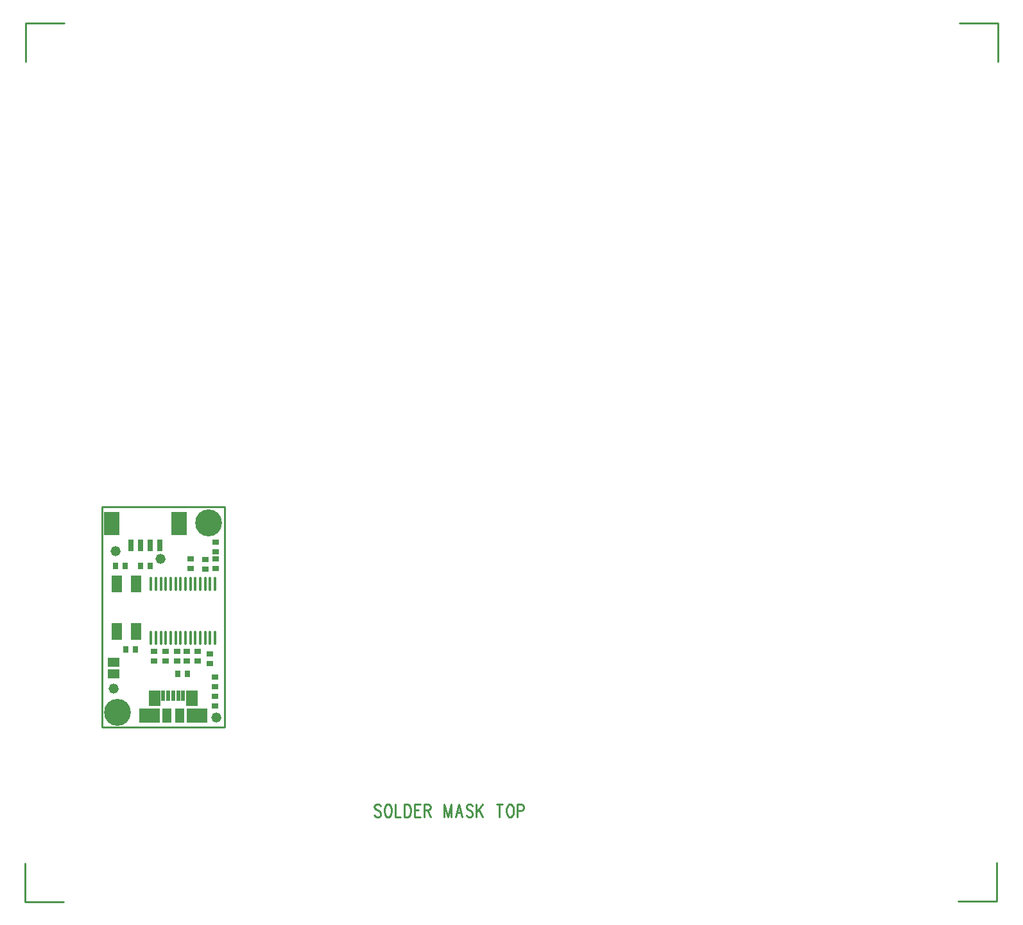
<source format=gbr>
*
*
G04 PADS 9.5 Build Number: 522968 generated Gerber (RS-274-X) file*
G04 PC Version=2.1*
*
%IN "UDA_7.pcb"*%
*
%MOIN*%
*
%FSLAX35Y35*%
*
*
*
*
G04 PC Standard Apertures*
*
*
G04 Thermal Relief Aperture macro.*
%AMTER*
1,1,$1,0,0*
1,0,$1-$2,0,0*
21,0,$3,$4,0,0,45*
21,0,$3,$4,0,0,135*
%
*
*
G04 Annular Aperture macro.*
%AMANN*
1,1,$1,0,0*
1,0,$2,0,0*
%
*
*
G04 Odd Aperture macro.*
%AMODD*
1,1,$1,0,0*
1,0,$1-0.005,0,0*
%
*
*
G04 PC Custom Aperture Macros*
*
*
*
*
*
*
G04 PC Aperture Table*
*
%ADD010C,0.001*%
%ADD011C,0.01*%
%ADD090R,0.037X0.026*%
%ADD091C,0.052*%
%ADD114R,0.02956X0.06499*%
%ADD115R,0.08468X0.12011*%
%ADD130R,0.05712X0.08861*%
%ADD131C,0.1398*%
%ADD132O,0.015X0.072*%
%ADD133R,0.01972X0.05633*%
%ADD134R,0.11066X0.0768*%
%ADD135R,0.06007X0.08468*%
%ADD136R,0.04826X0.0768*%
%ADD137R,0.026X0.037*%
%ADD138R,0.05909X0.04531*%
*
*
*
*
G04 PC Circuitry*
G04 Layer Name UDA_7.pcb - circuitry*
%LPD*%
*
*
G04 PC Custom Flashes*
G04 Layer Name UDA_7.pcb - flashes*
%LPD*%
*
*
G04 PC Circuitry*
G04 Layer Name UDA_7.pcb - circuitry*
%LPD*%
*
G54D10*
G54D11*
G01X1931922Y1421727D02*
X1931467Y1422352D01*
X1930786Y1422665*
X1929877*
X1929195Y1422352*
X1928740Y1421727*
Y1421102*
X1928967Y1420477*
X1929195Y1420165*
X1929649Y1419852*
X1931013Y1419227*
X1931467Y1418915*
X1931695Y1418602*
X1931922Y1417977*
Y1417040*
X1931467Y1416415*
X1930786Y1416102*
X1929877*
X1929195Y1416415*
X1928740Y1417040*
X1935331Y1422665D02*
X1934877Y1422352D01*
X1934422Y1421727*
X1934195Y1421102*
X1933967Y1420165*
Y1418602*
X1934195Y1417665*
X1934422Y1417040*
X1934877Y1416415*
X1935331Y1416102*
X1936240*
X1936695Y1416415*
X1937149Y1417040*
X1937377Y1417665*
X1937604Y1418602*
Y1420165*
X1937377Y1421102*
X1937149Y1421727*
X1936695Y1422352*
X1936240Y1422665*
X1935331*
X1939649D02*
Y1416102D01*
X1942377*
X1944422Y1422665D02*
Y1416102D01*
Y1422665D02*
X1946013D01*
X1946695Y1422352*
X1947149Y1421727*
X1947377Y1421102*
X1947604Y1420165*
Y1418602*
X1947377Y1417665*
X1947149Y1417040*
X1946695Y1416415*
X1946013Y1416102*
X1944422*
X1949649Y1422665D02*
Y1416102D01*
Y1422665D02*
X1952604D01*
X1949649Y1419540D02*
X1951467D01*
X1949649Y1416102D02*
X1952604D01*
X1954649Y1422665D02*
Y1416102D01*
Y1422665D02*
X1956695D01*
X1957377Y1422352*
X1957604Y1422040*
X1957831Y1421415*
Y1420790*
X1957604Y1420165*
X1957377Y1419852*
X1956695Y1419540*
X1954649*
X1956240D02*
X1957831Y1416102D01*
X1965104Y1422665D02*
Y1416102D01*
Y1422665D02*
X1966922Y1416102D01*
X1968740Y1422665D02*
X1966922Y1416102D01*
X1968740Y1422665D02*
Y1416102D01*
X1972604Y1422665D02*
X1970786Y1416102D01*
X1972604Y1422665D02*
X1974422Y1416102D01*
X1971467Y1418290D02*
X1973740D01*
X1979649Y1421727D02*
X1979195Y1422352D01*
X1978513Y1422665*
X1977604*
X1976922Y1422352*
X1976467Y1421727*
Y1421102*
X1976695Y1420477*
X1976922Y1420165*
X1977377Y1419852*
X1978740Y1419227*
X1979195Y1418915*
X1979422Y1418602*
X1979649Y1417977*
Y1417040*
X1979195Y1416415*
X1978513Y1416102*
X1977604*
X1976922Y1416415*
X1976467Y1417040*
X1981695Y1422665D02*
Y1416102D01*
X1984877Y1422665D02*
X1981695Y1418290D01*
X1982831Y1419852D02*
X1984877Y1416102D01*
X1993740Y1422665D02*
Y1416102D01*
X1992149Y1422665D02*
X1995331D01*
X1998740D02*
X1998286Y1422352D01*
X1997831Y1421727*
X1997604Y1421102*
X1997377Y1420165*
Y1418602*
X1997604Y1417665*
X1997831Y1417040*
X1998286Y1416415*
X1998740Y1416102*
X1999649*
X2000104Y1416415*
X2000558Y1417040*
X2000786Y1417665*
X2001013Y1418602*
Y1420165*
X2000786Y1421102*
X2000558Y1421727*
X2000104Y1422352*
X1999649Y1422665*
X1998740*
X2003058D02*
Y1416102D01*
Y1422665D02*
X2005104D01*
X2005786Y1422352*
X2006013Y1422040*
X2006240Y1421415*
Y1420477*
X2006013Y1419852*
X2005786Y1419540*
X2005104Y1419227*
X2003058*
X1787425Y1462776D02*
Y1576949D01*
X1850811*
Y1462776*
X1787425*
X1767520Y1828110D02*
X1747520D01*
Y1808110*
X1747441Y1391890D02*
Y1371890D01*
X1767441*
X2232087Y1372205D02*
X2252087D01*
Y1392205*
X2252559Y1808031D02*
Y1828031D01*
X2232559*
G54D90*
X1846122Y1558738D03*
Y1553778D03*
X1841081Y1544754D03*
Y1549714D03*
X1846176Y1544833D03*
Y1549794D03*
X1843331Y1500492D03*
Y1495531D03*
X1837090Y1501824D03*
Y1496864D03*
X1831364Y1501824D03*
Y1496864D03*
X1826323Y1501887D03*
Y1496926D03*
X1820224Y1496988D03*
Y1501949D03*
X1814436Y1496926D03*
Y1501887D03*
X1845931Y1473660D03*
Y1478620D03*
Y1488660D03*
Y1483699D03*
X1833265Y1544847D03*
Y1549808D03*
G54D91*
X1817666Y1550053D03*
X1794152Y1553916D03*
X1846677Y1467500D03*
X1793318Y1482532D03*
G54D114*
X1817167Y1556960D03*
X1812246D03*
X1807325D03*
X1802404D03*
G54D115*
X1827207Y1568377D03*
X1792364D03*
G54D130*
X1795102Y1536791D03*
Y1512382D03*
X1804945D03*
Y1536791D03*
G54D131*
X1842616Y1568670D03*
X1795299Y1470453D03*
G54D132*
X1812714Y1509012D03*
X1815274D03*
X1817834D03*
X1820394D03*
X1822954D03*
X1825514D03*
X1828074D03*
X1830634D03*
X1833194D03*
X1835754D03*
X1838314D03*
X1840874D03*
X1843434D03*
X1845994D03*
Y1537012D03*
X1843434D03*
X1840874D03*
X1838314D03*
X1835754D03*
X1833194D03*
X1830634D03*
X1828074D03*
X1825514D03*
X1822954D03*
X1820394D03*
X1817834D03*
X1815274D03*
X1812714D03*
G54D133*
X1819118Y1479114D03*
X1821677D03*
X1824236D03*
X1826795D03*
X1829354D03*
G54D134*
X1836480Y1468642D03*
X1812031D03*
G54D135*
X1833882Y1477736D03*
X1814512D03*
G54D136*
X1820890Y1468681D03*
X1827583D03*
G54D137*
X1826501Y1490251D03*
X1831462D03*
X1799157Y1546437D03*
X1794197D03*
X1804669Y1502933D03*
X1799709D03*
X1807386Y1546437D03*
X1812346D03*
G54D138*
X1793318Y1490130D03*
Y1496429D03*
X0Y0D02*
M02*

</source>
